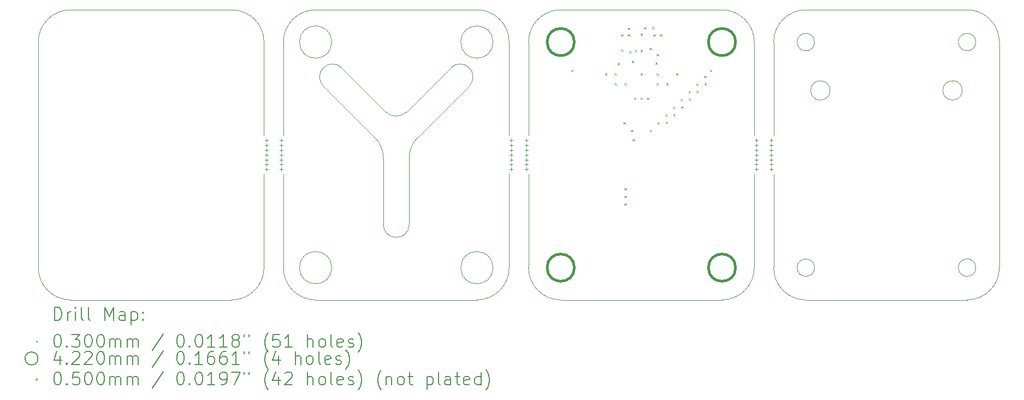
<source format=gbr>
%FSLAX45Y45*%
G04 Gerber Fmt 4.5, Leading zero omitted, Abs format (unit mm)*
G04 Created by KiCad (PCBNEW (6.0.4-0)) date 2022-05-06 03:25:07*
%MOMM*%
%LPD*%
G01*
G04 APERTURE LIST*
%TA.AperFunction,Profile*%
%ADD10C,0.100000*%
%TD*%
%ADD11C,0.200000*%
%ADD12C,0.030000*%
%ADD13C,0.422000*%
%ADD14C,0.050000*%
G04 APERTURE END LIST*
D10*
X5217447Y2519947D02*
X4418579Y3318579D01*
X12035000Y4000000D02*
G75*
G03*
X12035000Y4000000I-135000J0D01*
G01*
X3800000Y500000D02*
G75*
G03*
X4300000Y0I500000J0D01*
G01*
X11400000Y2550000D02*
X11400000Y4000000D01*
X0Y500000D02*
G75*
G03*
X500000Y0I500000J0D01*
G01*
X11100000Y4000000D02*
G75*
G03*
X10600000Y4500000I-500000J0D01*
G01*
X5882553Y2519947D02*
G75*
G03*
X5750000Y2201000I317447J-318947D01*
G01*
X8100000Y4500000D02*
X10600000Y4500000D01*
X3500000Y2550000D02*
X3500000Y4000000D01*
X7050000Y500000D02*
G75*
G03*
X7050000Y500000I-250000J0D01*
G01*
X5350000Y2201000D02*
G75*
G03*
X5217447Y2519947I-450000J0D01*
G01*
X4550000Y4000000D02*
G75*
G03*
X4550000Y4000000I-250000J0D01*
G01*
X6681421Y3318579D02*
G75*
G03*
X6398579Y3601421I-141421J141421D01*
G01*
X12035000Y500000D02*
G75*
G03*
X12035000Y500000I-135000J0D01*
G01*
X4701421Y3601421D02*
G75*
G03*
X4418579Y3318579I-141421J-141421D01*
G01*
X11400000Y500000D02*
G75*
G03*
X11900000Y0I500000J0D01*
G01*
X7050000Y4000000D02*
G75*
G03*
X7050000Y4000000I-250000J0D01*
G01*
X11900000Y4500000D02*
X14400000Y4500000D01*
X5387500Y2915000D02*
X4701421Y3601421D01*
X8100000Y0D02*
X10600000Y0D01*
X500000Y0D02*
X3000000Y0D01*
X7600000Y500000D02*
G75*
G03*
X8100000Y0I500000J0D01*
G01*
X12275000Y3250000D02*
G75*
G03*
X12275000Y3250000I-150000J0D01*
G01*
X500000Y4500000D02*
G75*
G03*
X0Y4000000I0J-500000D01*
G01*
X3000000Y0D02*
G75*
G03*
X3500000Y500000I0J500000D01*
G01*
X7300000Y4000000D02*
G75*
G03*
X6800000Y4500000I-500000J0D01*
G01*
X4300000Y0D02*
X6800000Y0D01*
X11100000Y1950000D02*
X11100000Y500000D01*
X6800000Y0D02*
G75*
G03*
X7300000Y500000I0J500000D01*
G01*
X3500000Y1950000D02*
X3500000Y500000D01*
X500000Y4500000D02*
X3000000Y4500000D01*
X10600000Y0D02*
G75*
G03*
X11100000Y500000I0J500000D01*
G01*
X5882553Y2519947D02*
X6681421Y3318579D01*
X0Y4000000D02*
X0Y500000D01*
X4300000Y4500000D02*
G75*
G03*
X3800000Y4000000I0J-500000D01*
G01*
X14325000Y3250000D02*
G75*
G03*
X14325000Y3250000I-150000J0D01*
G01*
X5350000Y2201000D02*
X5350000Y1170000D01*
X14900000Y4000000D02*
G75*
G03*
X14400000Y4500000I-500000J0D01*
G01*
X11400000Y1950000D02*
X11400000Y500000D01*
X4550000Y500000D02*
G75*
G03*
X4550000Y500000I-250000J0D01*
G01*
X7300000Y1950000D02*
X7300000Y500000D01*
X5712500Y2915000D02*
X6398579Y3601421D01*
X14535000Y500000D02*
G75*
G03*
X14535000Y500000I-135000J0D01*
G01*
X5750000Y2201000D02*
X5750000Y1170000D01*
X11900000Y0D02*
X14400000Y0D01*
X11100000Y2550000D02*
X11100000Y4000000D01*
X8100000Y4500000D02*
G75*
G03*
X7600000Y4000000I0J-500000D01*
G01*
X5387500Y2915000D02*
G75*
G03*
X5712500Y2915000I162500J172500D01*
G01*
X3800000Y2550000D02*
X3800000Y4000000D01*
X7600000Y2550000D02*
X7600000Y4000000D01*
X11900000Y4500000D02*
G75*
G03*
X11400000Y4000000I0J-500000D01*
G01*
X4300000Y4500000D02*
X6800000Y4500000D01*
X3500000Y4000000D02*
G75*
G03*
X3000000Y4500000I-500000J0D01*
G01*
X5350000Y1170000D02*
G75*
G03*
X5750000Y1170000I200000J0D01*
G01*
X14900000Y500000D02*
X14900000Y4000000D01*
X14400000Y0D02*
G75*
G03*
X14900000Y500000I0J500000D01*
G01*
X7300000Y2550000D02*
X7300000Y4000000D01*
X3800000Y1950000D02*
X3800000Y500000D01*
X14535000Y4000000D02*
G75*
G03*
X14535000Y4000000I-135000J0D01*
G01*
X7600000Y1950000D02*
X7600000Y500000D01*
D11*
D12*
X8260000Y3570000D02*
X8290000Y3540000D01*
X8290000Y3570000D02*
X8260000Y3540000D01*
X8785000Y3515000D02*
X8815000Y3485000D01*
X8815000Y3515000D02*
X8785000Y3485000D01*
X8935000Y3515000D02*
X8965000Y3485000D01*
X8965000Y3515000D02*
X8935000Y3485000D01*
X8935000Y3365000D02*
X8965000Y3335000D01*
X8965000Y3365000D02*
X8935000Y3335000D01*
X8980000Y3675000D02*
X9010000Y3645000D01*
X9010000Y3675000D02*
X8980000Y3645000D01*
X9035000Y4120000D02*
X9065000Y4090000D01*
X9065000Y4120000D02*
X9035000Y4090000D01*
X9035000Y3890000D02*
X9065000Y3860000D01*
X9065000Y3890000D02*
X9035000Y3860000D01*
X9069738Y2759738D02*
X9099738Y2729738D01*
X9099738Y2759738D02*
X9069738Y2729738D01*
X9085000Y3365000D02*
X9115000Y3335000D01*
X9115000Y3365000D02*
X9085000Y3335000D01*
X9085000Y1735000D02*
X9115000Y1705000D01*
X9115000Y1735000D02*
X9085000Y1705000D01*
X9085000Y1615000D02*
X9115000Y1585000D01*
X9115000Y1615000D02*
X9085000Y1585000D01*
X9085000Y1495000D02*
X9115000Y1465000D01*
X9115000Y1495000D02*
X9085000Y1465000D01*
X9135000Y4225000D02*
X9165000Y4195000D01*
X9165000Y4225000D02*
X9135000Y4195000D01*
X9135000Y4120000D02*
X9165000Y4090000D01*
X9165000Y4120000D02*
X9135000Y4090000D01*
X9161000Y3864000D02*
X9191000Y3834000D01*
X9191000Y3864000D02*
X9161000Y3834000D01*
X9189738Y2639738D02*
X9219738Y2609738D01*
X9219738Y2639738D02*
X9189738Y2609738D01*
X9200000Y3710000D02*
X9230000Y3680000D01*
X9230000Y3710000D02*
X9200000Y3680000D01*
X9212346Y2497346D02*
X9242346Y2467346D01*
X9242346Y2497346D02*
X9212346Y2467346D01*
X9235000Y3140000D02*
X9265000Y3110000D01*
X9265000Y3140000D02*
X9235000Y3110000D01*
X9247000Y3880000D02*
X9277000Y3850000D01*
X9277000Y3880000D02*
X9247000Y3850000D01*
X9335000Y4135000D02*
X9365000Y4105000D01*
X9365000Y4135000D02*
X9335000Y4105000D01*
X9335000Y3880000D02*
X9365000Y3850000D01*
X9365000Y3880000D02*
X9335000Y3850000D01*
X9335000Y3515000D02*
X9365000Y3485000D01*
X9365000Y3515000D02*
X9335000Y3485000D01*
X9335000Y3140000D02*
X9365000Y3110000D01*
X9365000Y3140000D02*
X9335000Y3110000D01*
X9391000Y4233000D02*
X9421000Y4203000D01*
X9421000Y4233000D02*
X9391000Y4203000D01*
X9435000Y3140000D02*
X9465000Y3110000D01*
X9465000Y3140000D02*
X9435000Y3110000D01*
X9477000Y3910000D02*
X9507000Y3880000D01*
X9507000Y3910000D02*
X9477000Y3880000D01*
X9480262Y2639738D02*
X9510262Y2609738D01*
X9510262Y2639738D02*
X9480262Y2609738D01*
X9517500Y4235000D02*
X9547500Y4205000D01*
X9547500Y4235000D02*
X9517500Y4205000D01*
X9535000Y4120000D02*
X9565000Y4090000D01*
X9565000Y4120000D02*
X9535000Y4090000D01*
X9565000Y3685000D02*
X9595000Y3655000D01*
X9595000Y3685000D02*
X9565000Y3655000D01*
X9585000Y3815000D02*
X9615000Y3785000D01*
X9615000Y3815000D02*
X9585000Y3785000D01*
X9585000Y3515000D02*
X9615000Y3485000D01*
X9615000Y3515000D02*
X9585000Y3485000D01*
X9585000Y3365000D02*
X9615000Y3335000D01*
X9615000Y3365000D02*
X9585000Y3335000D01*
X9600262Y2759738D02*
X9630262Y2729738D01*
X9630262Y2759738D02*
X9600262Y2729738D01*
X9635000Y4120000D02*
X9665000Y4090000D01*
X9665000Y4120000D02*
X9635000Y4090000D01*
X9720262Y2879738D02*
X9750262Y2849738D01*
X9750262Y2879738D02*
X9720262Y2849738D01*
X9725000Y2765000D02*
X9755000Y2735000D01*
X9755000Y2765000D02*
X9725000Y2735000D01*
X9735000Y3365000D02*
X9765000Y3335000D01*
X9765000Y3365000D02*
X9735000Y3335000D01*
X9840262Y2999738D02*
X9870262Y2969738D01*
X9870262Y2999738D02*
X9840262Y2969738D01*
X9845000Y2885000D02*
X9875000Y2855000D01*
X9875000Y2885000D02*
X9845000Y2855000D01*
X9885000Y3515000D02*
X9915000Y3485000D01*
X9915000Y3515000D02*
X9885000Y3485000D01*
X9960262Y3119738D02*
X9990262Y3089738D01*
X9990262Y3119738D02*
X9960262Y3089738D01*
X9965000Y3005000D02*
X9995000Y2975000D01*
X9995000Y3005000D02*
X9965000Y2975000D01*
X10080262Y3239738D02*
X10110262Y3209738D01*
X10110262Y3239738D02*
X10080262Y3209738D01*
X10085000Y3125000D02*
X10115000Y3095000D01*
X10115000Y3125000D02*
X10085000Y3095000D01*
X10200262Y3359738D02*
X10230262Y3329738D01*
X10230262Y3359738D02*
X10200262Y3329738D01*
X10205000Y3245000D02*
X10235000Y3215000D01*
X10235000Y3245000D02*
X10205000Y3215000D01*
X10320262Y3479738D02*
X10350262Y3449738D01*
X10350262Y3479738D02*
X10320262Y3449738D01*
X10325000Y3365000D02*
X10355000Y3335000D01*
X10355000Y3365000D02*
X10325000Y3335000D01*
X10410000Y3570000D02*
X10440000Y3540000D01*
X10440000Y3570000D02*
X10410000Y3540000D01*
D13*
X8311000Y4000000D02*
G75*
G03*
X8311000Y4000000I-211000J0D01*
G01*
X8311000Y500000D02*
G75*
G03*
X8311000Y500000I-211000J0D01*
G01*
X10811000Y4000000D02*
G75*
G03*
X10811000Y4000000I-211000J0D01*
G01*
X10811000Y500000D02*
G75*
G03*
X10811000Y500000I-211000J0D01*
G01*
D14*
X3535000Y2500000D02*
X3535000Y2450000D01*
X3510000Y2475000D02*
X3560000Y2475000D01*
X3535000Y2425000D02*
X3535000Y2375000D01*
X3510000Y2400000D02*
X3560000Y2400000D01*
X3535000Y2350000D02*
X3535000Y2300000D01*
X3510000Y2325000D02*
X3560000Y2325000D01*
X3535000Y2275000D02*
X3535000Y2225000D01*
X3510000Y2250000D02*
X3560000Y2250000D01*
X3535000Y2200000D02*
X3535000Y2150000D01*
X3510000Y2175000D02*
X3560000Y2175000D01*
X3535000Y2125000D02*
X3535000Y2075000D01*
X3510000Y2100000D02*
X3560000Y2100000D01*
X3535000Y2050000D02*
X3535000Y2000000D01*
X3510000Y2025000D02*
X3560000Y2025000D01*
X3765000Y2500000D02*
X3765000Y2450000D01*
X3740000Y2475000D02*
X3790000Y2475000D01*
X3765000Y2425000D02*
X3765000Y2375000D01*
X3740000Y2400000D02*
X3790000Y2400000D01*
X3765000Y2350000D02*
X3765000Y2300000D01*
X3740000Y2325000D02*
X3790000Y2325000D01*
X3765000Y2275000D02*
X3765000Y2225000D01*
X3740000Y2250000D02*
X3790000Y2250000D01*
X3765000Y2200000D02*
X3765000Y2150000D01*
X3740000Y2175000D02*
X3790000Y2175000D01*
X3765000Y2125000D02*
X3765000Y2075000D01*
X3740000Y2100000D02*
X3790000Y2100000D01*
X3765000Y2050000D02*
X3765000Y2000000D01*
X3740000Y2025000D02*
X3790000Y2025000D01*
X7335000Y2500000D02*
X7335000Y2450000D01*
X7310000Y2475000D02*
X7360000Y2475000D01*
X7335000Y2425000D02*
X7335000Y2375000D01*
X7310000Y2400000D02*
X7360000Y2400000D01*
X7335000Y2350000D02*
X7335000Y2300000D01*
X7310000Y2325000D02*
X7360000Y2325000D01*
X7335000Y2275000D02*
X7335000Y2225000D01*
X7310000Y2250000D02*
X7360000Y2250000D01*
X7335000Y2200000D02*
X7335000Y2150000D01*
X7310000Y2175000D02*
X7360000Y2175000D01*
X7335000Y2125000D02*
X7335000Y2075000D01*
X7310000Y2100000D02*
X7360000Y2100000D01*
X7335000Y2050000D02*
X7335000Y2000000D01*
X7310000Y2025000D02*
X7360000Y2025000D01*
X7565000Y2500000D02*
X7565000Y2450000D01*
X7540000Y2475000D02*
X7590000Y2475000D01*
X7565000Y2425000D02*
X7565000Y2375000D01*
X7540000Y2400000D02*
X7590000Y2400000D01*
X7565000Y2350000D02*
X7565000Y2300000D01*
X7540000Y2325000D02*
X7590000Y2325000D01*
X7565000Y2275000D02*
X7565000Y2225000D01*
X7540000Y2250000D02*
X7590000Y2250000D01*
X7565000Y2200000D02*
X7565000Y2150000D01*
X7540000Y2175000D02*
X7590000Y2175000D01*
X7565000Y2125000D02*
X7565000Y2075000D01*
X7540000Y2100000D02*
X7590000Y2100000D01*
X7565000Y2050000D02*
X7565000Y2000000D01*
X7540000Y2025000D02*
X7590000Y2025000D01*
X11135000Y2500000D02*
X11135000Y2450000D01*
X11110000Y2475000D02*
X11160000Y2475000D01*
X11135000Y2425000D02*
X11135000Y2375000D01*
X11110000Y2400000D02*
X11160000Y2400000D01*
X11135000Y2350000D02*
X11135000Y2300000D01*
X11110000Y2325000D02*
X11160000Y2325000D01*
X11135000Y2275000D02*
X11135000Y2225000D01*
X11110000Y2250000D02*
X11160000Y2250000D01*
X11135000Y2200000D02*
X11135000Y2150000D01*
X11110000Y2175000D02*
X11160000Y2175000D01*
X11135000Y2125000D02*
X11135000Y2075000D01*
X11110000Y2100000D02*
X11160000Y2100000D01*
X11135000Y2050000D02*
X11135000Y2000000D01*
X11110000Y2025000D02*
X11160000Y2025000D01*
X11365000Y2500000D02*
X11365000Y2450000D01*
X11340000Y2475000D02*
X11390000Y2475000D01*
X11365000Y2425000D02*
X11365000Y2375000D01*
X11340000Y2400000D02*
X11390000Y2400000D01*
X11365000Y2350000D02*
X11365000Y2300000D01*
X11340000Y2325000D02*
X11390000Y2325000D01*
X11365000Y2275000D02*
X11365000Y2225000D01*
X11340000Y2250000D02*
X11390000Y2250000D01*
X11365000Y2200000D02*
X11365000Y2150000D01*
X11340000Y2175000D02*
X11390000Y2175000D01*
X11365000Y2125000D02*
X11365000Y2075000D01*
X11340000Y2100000D02*
X11390000Y2100000D01*
X11365000Y2050000D02*
X11365000Y2000000D01*
X11340000Y2025000D02*
X11390000Y2025000D01*
D11*
X252619Y-315476D02*
X252619Y-115476D01*
X300238Y-115476D01*
X328810Y-125000D01*
X347857Y-144048D01*
X357381Y-163095D01*
X366905Y-201190D01*
X366905Y-229762D01*
X357381Y-267857D01*
X347857Y-286905D01*
X328810Y-305952D01*
X300238Y-315476D01*
X252619Y-315476D01*
X452619Y-315476D02*
X452619Y-182143D01*
X452619Y-220238D02*
X462143Y-201190D01*
X471667Y-191667D01*
X490714Y-182143D01*
X509762Y-182143D01*
X576429Y-315476D02*
X576429Y-182143D01*
X576429Y-115476D02*
X566905Y-125000D01*
X576429Y-134524D01*
X585952Y-125000D01*
X576429Y-115476D01*
X576429Y-134524D01*
X700238Y-315476D02*
X681190Y-305952D01*
X671667Y-286905D01*
X671667Y-115476D01*
X805000Y-315476D02*
X785952Y-305952D01*
X776428Y-286905D01*
X776428Y-115476D01*
X1033571Y-315476D02*
X1033571Y-115476D01*
X1100238Y-258333D01*
X1166905Y-115476D01*
X1166905Y-315476D01*
X1347857Y-315476D02*
X1347857Y-210714D01*
X1338333Y-191667D01*
X1319286Y-182143D01*
X1281190Y-182143D01*
X1262143Y-191667D01*
X1347857Y-305952D02*
X1328810Y-315476D01*
X1281190Y-315476D01*
X1262143Y-305952D01*
X1252619Y-286905D01*
X1252619Y-267857D01*
X1262143Y-248809D01*
X1281190Y-239286D01*
X1328810Y-239286D01*
X1347857Y-229762D01*
X1443095Y-182143D02*
X1443095Y-382143D01*
X1443095Y-191667D02*
X1462143Y-182143D01*
X1500238Y-182143D01*
X1519286Y-191667D01*
X1528809Y-201190D01*
X1538333Y-220238D01*
X1538333Y-277381D01*
X1528809Y-296429D01*
X1519286Y-305952D01*
X1500238Y-315476D01*
X1462143Y-315476D01*
X1443095Y-305952D01*
X1624048Y-296429D02*
X1633571Y-305952D01*
X1624048Y-315476D01*
X1614524Y-305952D01*
X1624048Y-296429D01*
X1624048Y-315476D01*
X1624048Y-191667D02*
X1633571Y-201190D01*
X1624048Y-210714D01*
X1614524Y-201190D01*
X1624048Y-191667D01*
X1624048Y-210714D01*
D12*
X-35000Y-630000D02*
X-5000Y-660000D01*
X-5000Y-630000D02*
X-35000Y-660000D01*
D11*
X290714Y-535476D02*
X309762Y-535476D01*
X328810Y-545000D01*
X338333Y-554524D01*
X347857Y-573571D01*
X357381Y-611667D01*
X357381Y-659286D01*
X347857Y-697381D01*
X338333Y-716428D01*
X328810Y-725952D01*
X309762Y-735476D01*
X290714Y-735476D01*
X271667Y-725952D01*
X262143Y-716428D01*
X252619Y-697381D01*
X243095Y-659286D01*
X243095Y-611667D01*
X252619Y-573571D01*
X262143Y-554524D01*
X271667Y-545000D01*
X290714Y-535476D01*
X443095Y-716428D02*
X452619Y-725952D01*
X443095Y-735476D01*
X433571Y-725952D01*
X443095Y-716428D01*
X443095Y-735476D01*
X519286Y-535476D02*
X643095Y-535476D01*
X576429Y-611667D01*
X605000Y-611667D01*
X624048Y-621190D01*
X633571Y-630714D01*
X643095Y-649762D01*
X643095Y-697381D01*
X633571Y-716428D01*
X624048Y-725952D01*
X605000Y-735476D01*
X547857Y-735476D01*
X528810Y-725952D01*
X519286Y-716428D01*
X766905Y-535476D02*
X785952Y-535476D01*
X805000Y-545000D01*
X814524Y-554524D01*
X824048Y-573571D01*
X833571Y-611667D01*
X833571Y-659286D01*
X824048Y-697381D01*
X814524Y-716428D01*
X805000Y-725952D01*
X785952Y-735476D01*
X766905Y-735476D01*
X747857Y-725952D01*
X738333Y-716428D01*
X728809Y-697381D01*
X719286Y-659286D01*
X719286Y-611667D01*
X728809Y-573571D01*
X738333Y-554524D01*
X747857Y-545000D01*
X766905Y-535476D01*
X957381Y-535476D02*
X976428Y-535476D01*
X995476Y-545000D01*
X1005000Y-554524D01*
X1014524Y-573571D01*
X1024048Y-611667D01*
X1024048Y-659286D01*
X1014524Y-697381D01*
X1005000Y-716428D01*
X995476Y-725952D01*
X976428Y-735476D01*
X957381Y-735476D01*
X938333Y-725952D01*
X928809Y-716428D01*
X919286Y-697381D01*
X909762Y-659286D01*
X909762Y-611667D01*
X919286Y-573571D01*
X928809Y-554524D01*
X938333Y-545000D01*
X957381Y-535476D01*
X1109762Y-735476D02*
X1109762Y-602143D01*
X1109762Y-621190D02*
X1119286Y-611667D01*
X1138333Y-602143D01*
X1166905Y-602143D01*
X1185952Y-611667D01*
X1195476Y-630714D01*
X1195476Y-735476D01*
X1195476Y-630714D02*
X1205000Y-611667D01*
X1224048Y-602143D01*
X1252619Y-602143D01*
X1271667Y-611667D01*
X1281190Y-630714D01*
X1281190Y-735476D01*
X1376429Y-735476D02*
X1376429Y-602143D01*
X1376429Y-621190D02*
X1385952Y-611667D01*
X1405000Y-602143D01*
X1433571Y-602143D01*
X1452619Y-611667D01*
X1462143Y-630714D01*
X1462143Y-735476D01*
X1462143Y-630714D02*
X1471667Y-611667D01*
X1490714Y-602143D01*
X1519286Y-602143D01*
X1538333Y-611667D01*
X1547857Y-630714D01*
X1547857Y-735476D01*
X1938333Y-525952D02*
X1766905Y-783095D01*
X2195476Y-535476D02*
X2214524Y-535476D01*
X2233571Y-545000D01*
X2243095Y-554524D01*
X2252619Y-573571D01*
X2262143Y-611667D01*
X2262143Y-659286D01*
X2252619Y-697381D01*
X2243095Y-716428D01*
X2233571Y-725952D01*
X2214524Y-735476D01*
X2195476Y-735476D01*
X2176429Y-725952D01*
X2166905Y-716428D01*
X2157381Y-697381D01*
X2147857Y-659286D01*
X2147857Y-611667D01*
X2157381Y-573571D01*
X2166905Y-554524D01*
X2176429Y-545000D01*
X2195476Y-535476D01*
X2347857Y-716428D02*
X2357381Y-725952D01*
X2347857Y-735476D01*
X2338333Y-725952D01*
X2347857Y-716428D01*
X2347857Y-735476D01*
X2481190Y-535476D02*
X2500238Y-535476D01*
X2519286Y-545000D01*
X2528810Y-554524D01*
X2538333Y-573571D01*
X2547857Y-611667D01*
X2547857Y-659286D01*
X2538333Y-697381D01*
X2528810Y-716428D01*
X2519286Y-725952D01*
X2500238Y-735476D01*
X2481190Y-735476D01*
X2462143Y-725952D01*
X2452619Y-716428D01*
X2443095Y-697381D01*
X2433571Y-659286D01*
X2433571Y-611667D01*
X2443095Y-573571D01*
X2452619Y-554524D01*
X2462143Y-545000D01*
X2481190Y-535476D01*
X2738333Y-735476D02*
X2624048Y-735476D01*
X2681190Y-735476D02*
X2681190Y-535476D01*
X2662143Y-564048D01*
X2643095Y-583095D01*
X2624048Y-592619D01*
X2928809Y-735476D02*
X2814524Y-735476D01*
X2871667Y-735476D02*
X2871667Y-535476D01*
X2852619Y-564048D01*
X2833571Y-583095D01*
X2814524Y-592619D01*
X3043095Y-621190D02*
X3024048Y-611667D01*
X3014524Y-602143D01*
X3005000Y-583095D01*
X3005000Y-573571D01*
X3014524Y-554524D01*
X3024048Y-545000D01*
X3043095Y-535476D01*
X3081190Y-535476D01*
X3100238Y-545000D01*
X3109762Y-554524D01*
X3119286Y-573571D01*
X3119286Y-583095D01*
X3109762Y-602143D01*
X3100238Y-611667D01*
X3081190Y-621190D01*
X3043095Y-621190D01*
X3024048Y-630714D01*
X3014524Y-640238D01*
X3005000Y-659286D01*
X3005000Y-697381D01*
X3014524Y-716428D01*
X3024048Y-725952D01*
X3043095Y-735476D01*
X3081190Y-735476D01*
X3100238Y-725952D01*
X3109762Y-716428D01*
X3119286Y-697381D01*
X3119286Y-659286D01*
X3109762Y-640238D01*
X3100238Y-630714D01*
X3081190Y-621190D01*
X3195476Y-535476D02*
X3195476Y-573571D01*
X3271667Y-535476D02*
X3271667Y-573571D01*
X3566905Y-811667D02*
X3557381Y-802143D01*
X3538333Y-773571D01*
X3528809Y-754524D01*
X3519286Y-725952D01*
X3509762Y-678333D01*
X3509762Y-640238D01*
X3519286Y-592619D01*
X3528809Y-564048D01*
X3538333Y-545000D01*
X3557381Y-516428D01*
X3566905Y-506905D01*
X3738333Y-535476D02*
X3643095Y-535476D01*
X3633571Y-630714D01*
X3643095Y-621190D01*
X3662143Y-611667D01*
X3709762Y-611667D01*
X3728809Y-621190D01*
X3738333Y-630714D01*
X3747857Y-649762D01*
X3747857Y-697381D01*
X3738333Y-716428D01*
X3728809Y-725952D01*
X3709762Y-735476D01*
X3662143Y-735476D01*
X3643095Y-725952D01*
X3633571Y-716428D01*
X3938333Y-735476D02*
X3824048Y-735476D01*
X3881190Y-735476D02*
X3881190Y-535476D01*
X3862143Y-564048D01*
X3843095Y-583095D01*
X3824048Y-592619D01*
X4176428Y-735476D02*
X4176428Y-535476D01*
X4262143Y-735476D02*
X4262143Y-630714D01*
X4252619Y-611667D01*
X4233571Y-602143D01*
X4205000Y-602143D01*
X4185952Y-611667D01*
X4176428Y-621190D01*
X4385952Y-735476D02*
X4366905Y-725952D01*
X4357381Y-716428D01*
X4347857Y-697381D01*
X4347857Y-640238D01*
X4357381Y-621190D01*
X4366905Y-611667D01*
X4385952Y-602143D01*
X4414524Y-602143D01*
X4433571Y-611667D01*
X4443095Y-621190D01*
X4452619Y-640238D01*
X4452619Y-697381D01*
X4443095Y-716428D01*
X4433571Y-725952D01*
X4414524Y-735476D01*
X4385952Y-735476D01*
X4566905Y-735476D02*
X4547857Y-725952D01*
X4538333Y-706905D01*
X4538333Y-535476D01*
X4719286Y-725952D02*
X4700238Y-735476D01*
X4662143Y-735476D01*
X4643095Y-725952D01*
X4633571Y-706905D01*
X4633571Y-630714D01*
X4643095Y-611667D01*
X4662143Y-602143D01*
X4700238Y-602143D01*
X4719286Y-611667D01*
X4728810Y-630714D01*
X4728810Y-649762D01*
X4633571Y-668810D01*
X4805000Y-725952D02*
X4824048Y-735476D01*
X4862143Y-735476D01*
X4881190Y-725952D01*
X4890714Y-706905D01*
X4890714Y-697381D01*
X4881190Y-678333D01*
X4862143Y-668810D01*
X4833571Y-668810D01*
X4814524Y-659286D01*
X4805000Y-640238D01*
X4805000Y-630714D01*
X4814524Y-611667D01*
X4833571Y-602143D01*
X4862143Y-602143D01*
X4881190Y-611667D01*
X4957381Y-811667D02*
X4966905Y-802143D01*
X4985952Y-773571D01*
X4995476Y-754524D01*
X5005000Y-725952D01*
X5014524Y-678333D01*
X5014524Y-640238D01*
X5005000Y-592619D01*
X4995476Y-564048D01*
X4985952Y-545000D01*
X4966905Y-516428D01*
X4957381Y-506905D01*
X-5000Y-909000D02*
G75*
G03*
X-5000Y-909000I-100000J0D01*
G01*
X338333Y-866143D02*
X338333Y-999476D01*
X290714Y-789952D02*
X243095Y-932809D01*
X366905Y-932809D01*
X443095Y-980428D02*
X452619Y-989952D01*
X443095Y-999476D01*
X433571Y-989952D01*
X443095Y-980428D01*
X443095Y-999476D01*
X528810Y-818524D02*
X538333Y-809000D01*
X557381Y-799476D01*
X605000Y-799476D01*
X624048Y-809000D01*
X633571Y-818524D01*
X643095Y-837571D01*
X643095Y-856619D01*
X633571Y-885190D01*
X519286Y-999476D01*
X643095Y-999476D01*
X719286Y-818524D02*
X728809Y-809000D01*
X747857Y-799476D01*
X795476Y-799476D01*
X814524Y-809000D01*
X824048Y-818524D01*
X833571Y-837571D01*
X833571Y-856619D01*
X824048Y-885190D01*
X709762Y-999476D01*
X833571Y-999476D01*
X957381Y-799476D02*
X976428Y-799476D01*
X995476Y-809000D01*
X1005000Y-818524D01*
X1014524Y-837571D01*
X1024048Y-875667D01*
X1024048Y-923286D01*
X1014524Y-961381D01*
X1005000Y-980428D01*
X995476Y-989952D01*
X976428Y-999476D01*
X957381Y-999476D01*
X938333Y-989952D01*
X928809Y-980428D01*
X919286Y-961381D01*
X909762Y-923286D01*
X909762Y-875667D01*
X919286Y-837571D01*
X928809Y-818524D01*
X938333Y-809000D01*
X957381Y-799476D01*
X1109762Y-999476D02*
X1109762Y-866143D01*
X1109762Y-885190D02*
X1119286Y-875667D01*
X1138333Y-866143D01*
X1166905Y-866143D01*
X1185952Y-875667D01*
X1195476Y-894714D01*
X1195476Y-999476D01*
X1195476Y-894714D02*
X1205000Y-875667D01*
X1224048Y-866143D01*
X1252619Y-866143D01*
X1271667Y-875667D01*
X1281190Y-894714D01*
X1281190Y-999476D01*
X1376429Y-999476D02*
X1376429Y-866143D01*
X1376429Y-885190D02*
X1385952Y-875667D01*
X1405000Y-866143D01*
X1433571Y-866143D01*
X1452619Y-875667D01*
X1462143Y-894714D01*
X1462143Y-999476D01*
X1462143Y-894714D02*
X1471667Y-875667D01*
X1490714Y-866143D01*
X1519286Y-866143D01*
X1538333Y-875667D01*
X1547857Y-894714D01*
X1547857Y-999476D01*
X1938333Y-789952D02*
X1766905Y-1047095D01*
X2195476Y-799476D02*
X2214524Y-799476D01*
X2233571Y-809000D01*
X2243095Y-818524D01*
X2252619Y-837571D01*
X2262143Y-875667D01*
X2262143Y-923286D01*
X2252619Y-961381D01*
X2243095Y-980428D01*
X2233571Y-989952D01*
X2214524Y-999476D01*
X2195476Y-999476D01*
X2176429Y-989952D01*
X2166905Y-980428D01*
X2157381Y-961381D01*
X2147857Y-923286D01*
X2147857Y-875667D01*
X2157381Y-837571D01*
X2166905Y-818524D01*
X2176429Y-809000D01*
X2195476Y-799476D01*
X2347857Y-980428D02*
X2357381Y-989952D01*
X2347857Y-999476D01*
X2338333Y-989952D01*
X2347857Y-980428D01*
X2347857Y-999476D01*
X2547857Y-999476D02*
X2433571Y-999476D01*
X2490714Y-999476D02*
X2490714Y-799476D01*
X2471667Y-828048D01*
X2452619Y-847095D01*
X2433571Y-856619D01*
X2719286Y-799476D02*
X2681190Y-799476D01*
X2662143Y-809000D01*
X2652619Y-818524D01*
X2633571Y-847095D01*
X2624048Y-885190D01*
X2624048Y-961381D01*
X2633571Y-980428D01*
X2643095Y-989952D01*
X2662143Y-999476D01*
X2700238Y-999476D01*
X2719286Y-989952D01*
X2728810Y-980428D01*
X2738333Y-961381D01*
X2738333Y-913762D01*
X2728810Y-894714D01*
X2719286Y-885190D01*
X2700238Y-875667D01*
X2662143Y-875667D01*
X2643095Y-885190D01*
X2633571Y-894714D01*
X2624048Y-913762D01*
X2909762Y-799476D02*
X2871667Y-799476D01*
X2852619Y-809000D01*
X2843095Y-818524D01*
X2824048Y-847095D01*
X2814524Y-885190D01*
X2814524Y-961381D01*
X2824048Y-980428D01*
X2833571Y-989952D01*
X2852619Y-999476D01*
X2890714Y-999476D01*
X2909762Y-989952D01*
X2919286Y-980428D01*
X2928809Y-961381D01*
X2928809Y-913762D01*
X2919286Y-894714D01*
X2909762Y-885190D01*
X2890714Y-875667D01*
X2852619Y-875667D01*
X2833571Y-885190D01*
X2824048Y-894714D01*
X2814524Y-913762D01*
X3119286Y-999476D02*
X3005000Y-999476D01*
X3062143Y-999476D02*
X3062143Y-799476D01*
X3043095Y-828048D01*
X3024048Y-847095D01*
X3005000Y-856619D01*
X3195476Y-799476D02*
X3195476Y-837571D01*
X3271667Y-799476D02*
X3271667Y-837571D01*
X3566905Y-1075667D02*
X3557381Y-1066143D01*
X3538333Y-1037571D01*
X3528809Y-1018524D01*
X3519286Y-989952D01*
X3509762Y-942333D01*
X3509762Y-904238D01*
X3519286Y-856619D01*
X3528809Y-828048D01*
X3538333Y-809000D01*
X3557381Y-780428D01*
X3566905Y-770905D01*
X3728809Y-866143D02*
X3728809Y-999476D01*
X3681190Y-789952D02*
X3633571Y-932809D01*
X3757381Y-932809D01*
X3985952Y-999476D02*
X3985952Y-799476D01*
X4071667Y-999476D02*
X4071667Y-894714D01*
X4062143Y-875667D01*
X4043095Y-866143D01*
X4014524Y-866143D01*
X3995476Y-875667D01*
X3985952Y-885190D01*
X4195476Y-999476D02*
X4176428Y-989952D01*
X4166905Y-980428D01*
X4157381Y-961381D01*
X4157381Y-904238D01*
X4166905Y-885190D01*
X4176428Y-875667D01*
X4195476Y-866143D01*
X4224048Y-866143D01*
X4243095Y-875667D01*
X4252619Y-885190D01*
X4262143Y-904238D01*
X4262143Y-961381D01*
X4252619Y-980428D01*
X4243095Y-989952D01*
X4224048Y-999476D01*
X4195476Y-999476D01*
X4376429Y-999476D02*
X4357381Y-989952D01*
X4347857Y-970905D01*
X4347857Y-799476D01*
X4528810Y-989952D02*
X4509762Y-999476D01*
X4471667Y-999476D01*
X4452619Y-989952D01*
X4443095Y-970905D01*
X4443095Y-894714D01*
X4452619Y-875667D01*
X4471667Y-866143D01*
X4509762Y-866143D01*
X4528810Y-875667D01*
X4538333Y-894714D01*
X4538333Y-913762D01*
X4443095Y-932809D01*
X4614524Y-989952D02*
X4633571Y-999476D01*
X4671667Y-999476D01*
X4690714Y-989952D01*
X4700238Y-970905D01*
X4700238Y-961381D01*
X4690714Y-942333D01*
X4671667Y-932809D01*
X4643095Y-932809D01*
X4624048Y-923286D01*
X4614524Y-904238D01*
X4614524Y-894714D01*
X4624048Y-875667D01*
X4643095Y-866143D01*
X4671667Y-866143D01*
X4690714Y-875667D01*
X4766905Y-1075667D02*
X4776429Y-1066143D01*
X4795476Y-1037571D01*
X4805000Y-1018524D01*
X4814524Y-989952D01*
X4824048Y-942333D01*
X4824048Y-904238D01*
X4814524Y-856619D01*
X4805000Y-828048D01*
X4795476Y-809000D01*
X4776429Y-780428D01*
X4766905Y-770905D01*
D14*
X-30000Y-1204000D02*
X-30000Y-1254000D01*
X-55000Y-1229000D02*
X-5000Y-1229000D01*
D11*
X290714Y-1119476D02*
X309762Y-1119476D01*
X328810Y-1129000D01*
X338333Y-1138524D01*
X347857Y-1157571D01*
X357381Y-1195667D01*
X357381Y-1243286D01*
X347857Y-1281381D01*
X338333Y-1300429D01*
X328810Y-1309952D01*
X309762Y-1319476D01*
X290714Y-1319476D01*
X271667Y-1309952D01*
X262143Y-1300429D01*
X252619Y-1281381D01*
X243095Y-1243286D01*
X243095Y-1195667D01*
X252619Y-1157571D01*
X262143Y-1138524D01*
X271667Y-1129000D01*
X290714Y-1119476D01*
X443095Y-1300429D02*
X452619Y-1309952D01*
X443095Y-1319476D01*
X433571Y-1309952D01*
X443095Y-1300429D01*
X443095Y-1319476D01*
X633571Y-1119476D02*
X538333Y-1119476D01*
X528810Y-1214714D01*
X538333Y-1205190D01*
X557381Y-1195667D01*
X605000Y-1195667D01*
X624048Y-1205190D01*
X633571Y-1214714D01*
X643095Y-1233762D01*
X643095Y-1281381D01*
X633571Y-1300429D01*
X624048Y-1309952D01*
X605000Y-1319476D01*
X557381Y-1319476D01*
X538333Y-1309952D01*
X528810Y-1300429D01*
X766905Y-1119476D02*
X785952Y-1119476D01*
X805000Y-1129000D01*
X814524Y-1138524D01*
X824048Y-1157571D01*
X833571Y-1195667D01*
X833571Y-1243286D01*
X824048Y-1281381D01*
X814524Y-1300429D01*
X805000Y-1309952D01*
X785952Y-1319476D01*
X766905Y-1319476D01*
X747857Y-1309952D01*
X738333Y-1300429D01*
X728809Y-1281381D01*
X719286Y-1243286D01*
X719286Y-1195667D01*
X728809Y-1157571D01*
X738333Y-1138524D01*
X747857Y-1129000D01*
X766905Y-1119476D01*
X957381Y-1119476D02*
X976428Y-1119476D01*
X995476Y-1129000D01*
X1005000Y-1138524D01*
X1014524Y-1157571D01*
X1024048Y-1195667D01*
X1024048Y-1243286D01*
X1014524Y-1281381D01*
X1005000Y-1300429D01*
X995476Y-1309952D01*
X976428Y-1319476D01*
X957381Y-1319476D01*
X938333Y-1309952D01*
X928809Y-1300429D01*
X919286Y-1281381D01*
X909762Y-1243286D01*
X909762Y-1195667D01*
X919286Y-1157571D01*
X928809Y-1138524D01*
X938333Y-1129000D01*
X957381Y-1119476D01*
X1109762Y-1319476D02*
X1109762Y-1186143D01*
X1109762Y-1205190D02*
X1119286Y-1195667D01*
X1138333Y-1186143D01*
X1166905Y-1186143D01*
X1185952Y-1195667D01*
X1195476Y-1214714D01*
X1195476Y-1319476D01*
X1195476Y-1214714D02*
X1205000Y-1195667D01*
X1224048Y-1186143D01*
X1252619Y-1186143D01*
X1271667Y-1195667D01*
X1281190Y-1214714D01*
X1281190Y-1319476D01*
X1376429Y-1319476D02*
X1376429Y-1186143D01*
X1376429Y-1205190D02*
X1385952Y-1195667D01*
X1405000Y-1186143D01*
X1433571Y-1186143D01*
X1452619Y-1195667D01*
X1462143Y-1214714D01*
X1462143Y-1319476D01*
X1462143Y-1214714D02*
X1471667Y-1195667D01*
X1490714Y-1186143D01*
X1519286Y-1186143D01*
X1538333Y-1195667D01*
X1547857Y-1214714D01*
X1547857Y-1319476D01*
X1938333Y-1109952D02*
X1766905Y-1367095D01*
X2195476Y-1119476D02*
X2214524Y-1119476D01*
X2233571Y-1129000D01*
X2243095Y-1138524D01*
X2252619Y-1157571D01*
X2262143Y-1195667D01*
X2262143Y-1243286D01*
X2252619Y-1281381D01*
X2243095Y-1300429D01*
X2233571Y-1309952D01*
X2214524Y-1319476D01*
X2195476Y-1319476D01*
X2176429Y-1309952D01*
X2166905Y-1300429D01*
X2157381Y-1281381D01*
X2147857Y-1243286D01*
X2147857Y-1195667D01*
X2157381Y-1157571D01*
X2166905Y-1138524D01*
X2176429Y-1129000D01*
X2195476Y-1119476D01*
X2347857Y-1300429D02*
X2357381Y-1309952D01*
X2347857Y-1319476D01*
X2338333Y-1309952D01*
X2347857Y-1300429D01*
X2347857Y-1319476D01*
X2481190Y-1119476D02*
X2500238Y-1119476D01*
X2519286Y-1129000D01*
X2528810Y-1138524D01*
X2538333Y-1157571D01*
X2547857Y-1195667D01*
X2547857Y-1243286D01*
X2538333Y-1281381D01*
X2528810Y-1300429D01*
X2519286Y-1309952D01*
X2500238Y-1319476D01*
X2481190Y-1319476D01*
X2462143Y-1309952D01*
X2452619Y-1300429D01*
X2443095Y-1281381D01*
X2433571Y-1243286D01*
X2433571Y-1195667D01*
X2443095Y-1157571D01*
X2452619Y-1138524D01*
X2462143Y-1129000D01*
X2481190Y-1119476D01*
X2738333Y-1319476D02*
X2624048Y-1319476D01*
X2681190Y-1319476D02*
X2681190Y-1119476D01*
X2662143Y-1148048D01*
X2643095Y-1167095D01*
X2624048Y-1176619D01*
X2833571Y-1319476D02*
X2871667Y-1319476D01*
X2890714Y-1309952D01*
X2900238Y-1300429D01*
X2919286Y-1271857D01*
X2928809Y-1233762D01*
X2928809Y-1157571D01*
X2919286Y-1138524D01*
X2909762Y-1129000D01*
X2890714Y-1119476D01*
X2852619Y-1119476D01*
X2833571Y-1129000D01*
X2824048Y-1138524D01*
X2814524Y-1157571D01*
X2814524Y-1205190D01*
X2824048Y-1224238D01*
X2833571Y-1233762D01*
X2852619Y-1243286D01*
X2890714Y-1243286D01*
X2909762Y-1233762D01*
X2919286Y-1224238D01*
X2928809Y-1205190D01*
X2995476Y-1119476D02*
X3128809Y-1119476D01*
X3043095Y-1319476D01*
X3195476Y-1119476D02*
X3195476Y-1157571D01*
X3271667Y-1119476D02*
X3271667Y-1157571D01*
X3566905Y-1395667D02*
X3557381Y-1386143D01*
X3538333Y-1357571D01*
X3528809Y-1338524D01*
X3519286Y-1309952D01*
X3509762Y-1262333D01*
X3509762Y-1224238D01*
X3519286Y-1176619D01*
X3528809Y-1148048D01*
X3538333Y-1129000D01*
X3557381Y-1100429D01*
X3566905Y-1090905D01*
X3728809Y-1186143D02*
X3728809Y-1319476D01*
X3681190Y-1109952D02*
X3633571Y-1252810D01*
X3757381Y-1252810D01*
X3824048Y-1138524D02*
X3833571Y-1129000D01*
X3852619Y-1119476D01*
X3900238Y-1119476D01*
X3919286Y-1129000D01*
X3928809Y-1138524D01*
X3938333Y-1157571D01*
X3938333Y-1176619D01*
X3928809Y-1205190D01*
X3814524Y-1319476D01*
X3938333Y-1319476D01*
X4176428Y-1319476D02*
X4176428Y-1119476D01*
X4262143Y-1319476D02*
X4262143Y-1214714D01*
X4252619Y-1195667D01*
X4233571Y-1186143D01*
X4205000Y-1186143D01*
X4185952Y-1195667D01*
X4176428Y-1205190D01*
X4385952Y-1319476D02*
X4366905Y-1309952D01*
X4357381Y-1300429D01*
X4347857Y-1281381D01*
X4347857Y-1224238D01*
X4357381Y-1205190D01*
X4366905Y-1195667D01*
X4385952Y-1186143D01*
X4414524Y-1186143D01*
X4433571Y-1195667D01*
X4443095Y-1205190D01*
X4452619Y-1224238D01*
X4452619Y-1281381D01*
X4443095Y-1300429D01*
X4433571Y-1309952D01*
X4414524Y-1319476D01*
X4385952Y-1319476D01*
X4566905Y-1319476D02*
X4547857Y-1309952D01*
X4538333Y-1290905D01*
X4538333Y-1119476D01*
X4719286Y-1309952D02*
X4700238Y-1319476D01*
X4662143Y-1319476D01*
X4643095Y-1309952D01*
X4633571Y-1290905D01*
X4633571Y-1214714D01*
X4643095Y-1195667D01*
X4662143Y-1186143D01*
X4700238Y-1186143D01*
X4719286Y-1195667D01*
X4728810Y-1214714D01*
X4728810Y-1233762D01*
X4633571Y-1252810D01*
X4805000Y-1309952D02*
X4824048Y-1319476D01*
X4862143Y-1319476D01*
X4881190Y-1309952D01*
X4890714Y-1290905D01*
X4890714Y-1281381D01*
X4881190Y-1262333D01*
X4862143Y-1252810D01*
X4833571Y-1252810D01*
X4814524Y-1243286D01*
X4805000Y-1224238D01*
X4805000Y-1214714D01*
X4814524Y-1195667D01*
X4833571Y-1186143D01*
X4862143Y-1186143D01*
X4881190Y-1195667D01*
X4957381Y-1395667D02*
X4966905Y-1386143D01*
X4985952Y-1357571D01*
X4995476Y-1338524D01*
X5005000Y-1309952D01*
X5014524Y-1262333D01*
X5014524Y-1224238D01*
X5005000Y-1176619D01*
X4995476Y-1148048D01*
X4985952Y-1129000D01*
X4966905Y-1100429D01*
X4957381Y-1090905D01*
X5319286Y-1395667D02*
X5309762Y-1386143D01*
X5290714Y-1357571D01*
X5281190Y-1338524D01*
X5271667Y-1309952D01*
X5262143Y-1262333D01*
X5262143Y-1224238D01*
X5271667Y-1176619D01*
X5281190Y-1148048D01*
X5290714Y-1129000D01*
X5309762Y-1100429D01*
X5319286Y-1090905D01*
X5395476Y-1186143D02*
X5395476Y-1319476D01*
X5395476Y-1205190D02*
X5405000Y-1195667D01*
X5424048Y-1186143D01*
X5452619Y-1186143D01*
X5471667Y-1195667D01*
X5481190Y-1214714D01*
X5481190Y-1319476D01*
X5605000Y-1319476D02*
X5585952Y-1309952D01*
X5576429Y-1300429D01*
X5566905Y-1281381D01*
X5566905Y-1224238D01*
X5576429Y-1205190D01*
X5585952Y-1195667D01*
X5605000Y-1186143D01*
X5633571Y-1186143D01*
X5652619Y-1195667D01*
X5662143Y-1205190D01*
X5671667Y-1224238D01*
X5671667Y-1281381D01*
X5662143Y-1300429D01*
X5652619Y-1309952D01*
X5633571Y-1319476D01*
X5605000Y-1319476D01*
X5728809Y-1186143D02*
X5805000Y-1186143D01*
X5757381Y-1119476D02*
X5757381Y-1290905D01*
X5766905Y-1309952D01*
X5785952Y-1319476D01*
X5805000Y-1319476D01*
X6024048Y-1186143D02*
X6024048Y-1386143D01*
X6024048Y-1195667D02*
X6043095Y-1186143D01*
X6081190Y-1186143D01*
X6100238Y-1195667D01*
X6109762Y-1205190D01*
X6119286Y-1224238D01*
X6119286Y-1281381D01*
X6109762Y-1300429D01*
X6100238Y-1309952D01*
X6081190Y-1319476D01*
X6043095Y-1319476D01*
X6024048Y-1309952D01*
X6233571Y-1319476D02*
X6214524Y-1309952D01*
X6205000Y-1290905D01*
X6205000Y-1119476D01*
X6395476Y-1319476D02*
X6395476Y-1214714D01*
X6385952Y-1195667D01*
X6366905Y-1186143D01*
X6328809Y-1186143D01*
X6309762Y-1195667D01*
X6395476Y-1309952D02*
X6376428Y-1319476D01*
X6328809Y-1319476D01*
X6309762Y-1309952D01*
X6300238Y-1290905D01*
X6300238Y-1271857D01*
X6309762Y-1252810D01*
X6328809Y-1243286D01*
X6376428Y-1243286D01*
X6395476Y-1233762D01*
X6462143Y-1186143D02*
X6538333Y-1186143D01*
X6490714Y-1119476D02*
X6490714Y-1290905D01*
X6500238Y-1309952D01*
X6519286Y-1319476D01*
X6538333Y-1319476D01*
X6681190Y-1309952D02*
X6662143Y-1319476D01*
X6624048Y-1319476D01*
X6605000Y-1309952D01*
X6595476Y-1290905D01*
X6595476Y-1214714D01*
X6605000Y-1195667D01*
X6624048Y-1186143D01*
X6662143Y-1186143D01*
X6681190Y-1195667D01*
X6690714Y-1214714D01*
X6690714Y-1233762D01*
X6595476Y-1252810D01*
X6862143Y-1319476D02*
X6862143Y-1119476D01*
X6862143Y-1309952D02*
X6843095Y-1319476D01*
X6805000Y-1319476D01*
X6785952Y-1309952D01*
X6776428Y-1300429D01*
X6766905Y-1281381D01*
X6766905Y-1224238D01*
X6776428Y-1205190D01*
X6785952Y-1195667D01*
X6805000Y-1186143D01*
X6843095Y-1186143D01*
X6862143Y-1195667D01*
X6938333Y-1395667D02*
X6947857Y-1386143D01*
X6966905Y-1357571D01*
X6976428Y-1338524D01*
X6985952Y-1309952D01*
X6995476Y-1262333D01*
X6995476Y-1224238D01*
X6985952Y-1176619D01*
X6976428Y-1148048D01*
X6966905Y-1129000D01*
X6947857Y-1100429D01*
X6938333Y-1090905D01*
M02*

</source>
